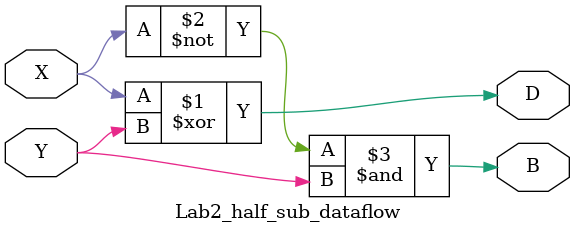
<source format=v>
module Lab2_half_sub_dataflow(X,Y,B,D);
    output  B,D;
    input   X,Y;

    assign D=X^Y;
    assign B=(~X)&Y;
endmodule
</source>
